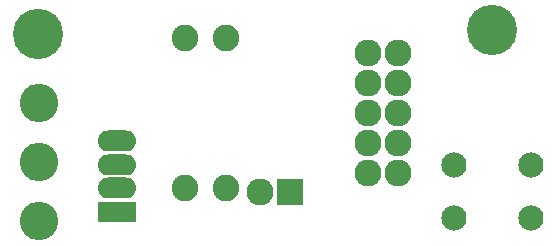
<source format=gbr>
G04 DesignSpark PCB Gerber Version 12.0 Build 5942*
%FSLAX34Y34*%
%MOIN*%
%ADD25R,0.08874X0.08874*%
%ADD27O,0.13000X0.07000*%
%ADD29C,0.08400*%
%ADD28C,0.08874*%
%ADD24C,0.09000*%
%ADD22O,0.12811X0.12811*%
%ADD23C,0.16748*%
%ADD26R,0.13000X0.07000*%
X0Y0D02*
D02*
D22*
X2297Y1800D03*
Y3768D03*
Y5737D03*
D02*
D23*
X2275Y8025D03*
X17400Y8150D03*
D02*
D24*
X9650Y2775D03*
X13275Y3400D03*
Y4400D03*
Y5400D03*
Y6400D03*
Y7400D03*
X14275Y3400D03*
Y4400D03*
Y5400D03*
Y6400D03*
Y7400D03*
D02*
D25*
X10650Y2775D03*
D02*
D26*
X4900Y2094D03*
D02*
D27*
Y2881D03*
Y3669D03*
Y4456D03*
D02*
D28*
X7150Y2900D03*
Y7900D03*
X8525Y2900D03*
Y7900D03*
D02*
D29*
X16120Y1885D03*
Y3665D03*
X18680Y1885D03*
Y3665D03*
X0Y0D02*
M02*

</source>
